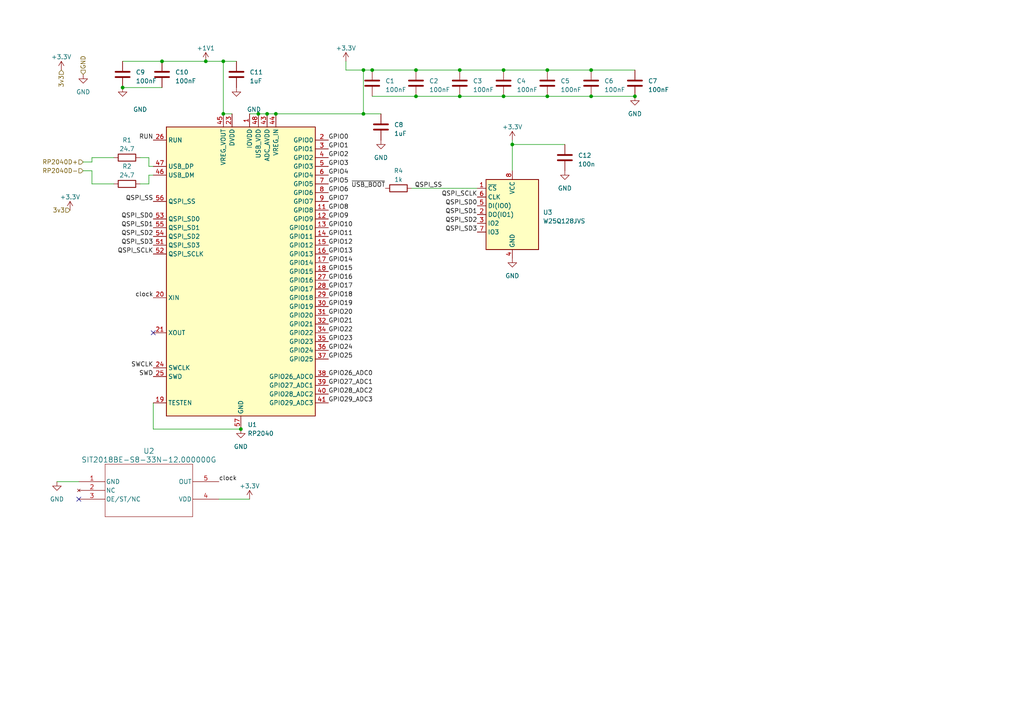
<source format=kicad_sch>
(kicad_sch (version 20230121) (generator eeschema)
  (paper "A4")
  (lib_symbols
    (symbol "Device:C" (pin_numbers hide) (pin_names (offset 0.254))
      (property "Reference" "C" (at 0.635 2.54 0))
      (property "Value" "C" (at 0.635 -2.54 0))
      (symbol "C_0_1"
        (polyline (pts (xy -2.032 -0.762) (xy 2.032 -0.762)) (stroke (width 0.508)))
        (polyline (pts (xy -2.032 0.762) (xy 2.032 0.762)) (stroke (width 0.508)))
      )
      (symbol "C_1_1"
        (pin passive line (at 0 3.81 270) (length 2.794) (name "~") (number "1"))
        (pin passive line (at 0 -3.81 90) (length 2.794) (name "~") (number "2"))
      )
    )
    (symbol "Device:R" (pin_numbers hide) (pin_names (offset 0))
      (property "Reference" "R" (at 2.032 0 90))
      (property "Value" "R" (at 0 0 90))
      (symbol "R_0_1"
        (rectangle (start -1.016 -2.54) (end 1.016 2.54) (stroke (width 0.254)))
      )
      (symbol "R_1_1"
        (pin passive line (at 0 3.81 270) (length 1.27) (name "~") (number "1"))
        (pin passive line (at 0 -3.81 90) (length 1.27) (name "~") (number "2"))
      )
    )
    (symbol "GP2040-CE-Tester:SIT2018BE-S8-33N-12.000000G" (pin_names (offset 0.254))
      (property "Reference" "U" (at 20.32 10.16 0))
      (property "Value" "SIT2018BE-S8-33N-12.000000G" (at 20.32 7.62 0))
      (symbol "SIT2018BE-S8-33N-12.000000G_0_1"
        (polyline (pts (xy 7.62 -10.16) (xy 33.02 -10.16)) (stroke (width 0.127)))
        (polyline (pts (xy 7.62 5.08) (xy 7.62 -10.16)) (stroke (width 0.127)))
        (polyline (pts (xy 33.02 -10.16) (xy 33.02 5.08)) (stroke (width 0.127)))
        (polyline (pts (xy 33.02 5.08) (xy 7.62 5.08)) (stroke (width 0.127)))
        (pin power_out line (at 0 0 0) (length 7.62) (name "GND") (number "1"))
        (pin no_connect line (at 0 -2.54 0) (length 7.62) (name "NC") (number "2"))
        (pin unspecified line (at 0 -5.08 0) (length 7.62) (name "OE/ST/NC") (number "3"))
        (pin power_in line (at 40.64 -5.08 180) (length 7.62) (name "VDD") (number "4"))
        (pin output line (at 40.64 0 180) (length 7.62) (name "OUT") (number "5"))
      )
    )
    (symbol "MCU_RaspberryPi:RP2040"
      (property "Reference" "U" (at 17.78 45.72 0))
      (property "Value" "RP2040" (at 17.78 43.18 0))
      (symbol "RP2040_0_1"
        (rectangle (start -21.59 41.91) (end 21.59 -41.91) (stroke (width 0.254)) (fill (type background)))
      )
      (symbol "RP2040_1_1"
        (pin power_in line (at 2.54 45.72 270) (length 3.81) (name "IOVDD") (number "1"))
        (pin passive line (at 2.54 45.72 270) (length 3.81) hide (name "IOVDD") (number "10"))
        (pin bidirectional line (at 25.4 17.78 180) (length 3.81) (name "GPIO8") (number "11"))
        (pin bidirectional line (at 25.4 15.24 180) (length 3.81) (name "GPIO9") (number "12"))
        (pin bidirectional line (at 25.4 12.7 180) (length 3.81) (name "GPIO10") (number "13"))
        (pin bidirectional line (at 25.4 10.16 180) (length 3.81) (name "GPIO11") (number "14"))
        (pin bidirectional line (at 25.4 7.62 180) (length 3.81) (name "GPIO12") (number "15"))
        (pin bidirectional line (at 25.4 5.08 180) (length 3.81) (name "GPIO13") (number "16"))
        (pin bidirectional line (at 25.4 2.54 180) (length 3.81) (name "GPIO14") (number "17"))
        (pin bidirectional line (at 25.4 0 180) (length 3.81) (name "GPIO15") (number "18"))
        (pin input line (at -25.4 -38.1 0) (length 3.81) (name "TESTEN") (number "19"))
        (pin bidirectional line (at 25.4 38.1 180) (length 3.81) (name "GPIO0") (number "2"))
        (pin input line (at -25.4 -7.62 0) (length 3.81) (name "XIN") (number "20"))
        (pin passive line (at -25.4 -17.78 0) (length 3.81) (name "XOUT") (number "21"))
        (pin passive line (at 2.54 45.72 270) (length 3.81) hide (name "IOVDD") (number "22"))
        (pin power_in line (at -2.54 45.72 270) (length 3.81) (name "DVDD") (number "23"))
        (pin output line (at -25.4 -27.94 0) (length 3.81) (name "SWCLK") (number "24"))
        (pin bidirectional line (at -25.4 -30.48 0) (length 3.81) (name "SWD") (number "25"))
        (pin input line (at -25.4 38.1 0) (length 3.81) (name "RUN") (number "26"))
        (pin bidirectional line (at 25.4 -2.54 180) (length 3.81) (name "GPIO16") (number "27"))
        (pin bidirectional line (at 25.4 -5.08 180) (length 3.81) (name "GPIO17") (number "28"))
        (pin bidirectional line (at 25.4 -7.62 180) (length 3.81) (name "GPIO18") (number "29"))
        (pin bidirectional line (at 25.4 35.56 180) (length 3.81) (name "GPIO1") (number "3"))
        (pin bidirectional line (at 25.4 -10.16 180) (length 3.81) (name "GPIO19") (number "30"))
        (pin bidirectional line (at 25.4 -12.7 180) (length 3.81) (name "GPIO20") (number "31"))
        (pin bidirectional line (at 25.4 -15.24 180) (length 3.81) (name "GPIO21") (number "32"))
        (pin passive line (at 2.54 45.72 270) (length 3.81) hide (name "IOVDD") (number "33"))
        (pin bidirectional line (at 25.4 -17.78 180) (length 3.81) (name "GPIO22") (number "34"))
        (pin bidirectional line (at 25.4 -20.32 180) (length 3.81) (name "GPIO23") (number "35"))
        (pin bidirectional line (at 25.4 -22.86 180) (length 3.81) (name "GPIO24") (number "36"))
        (pin bidirectional line (at 25.4 -25.4 180) (length 3.81) (name "GPIO25") (number "37"))
        (pin bidirectional line (at 25.4 -30.48 180) (length 3.81) (name "GPIO26_ADC0") (number "38"))
        (pin bidirectional line (at 25.4 -33.02 180) (length 3.81) (name "GPIO27_ADC1") (number "39"))
        (pin bidirectional line (at 25.4 33.02 180) (length 3.81) (name "GPIO2") (number "4"))
        (pin bidirectional line (at 25.4 -35.56 180) (length 3.81) (name "GPIO28_ADC2") (number "40"))
        (pin bidirectional line (at 25.4 -38.1 180) (length 3.81) (name "GPIO29_ADC3") (number "41"))
        (pin passive line (at 2.54 45.72 270) (length 3.81) hide (name "IOVDD") (number "42"))
        (pin power_in line (at 7.62 45.72 270) (length 3.81) (name "ADC_AVDD") (number "43"))
        (pin power_in line (at 10.16 45.72 270) (length 3.81) (name "VREG_IN") (number "44"))
        (pin power_out line (at -5.08 45.72 270) (length 3.81) (name "VREG_VOUT") (number "45"))
        (pin bidirectional line (at -25.4 27.94 0) (length 3.81) (name "USB_DM") (number "46"))
        (pin bidirectional line (at -25.4 30.48 0) (length 3.81) (name "USB_DP") (number "47"))
        (pin power_in line (at 5.08 45.72 270) (length 3.81) (name "USB_VDD") (number "48"))
        (pin passive line (at 2.54 45.72 270) (length 3.81) hide (name "IOVDD") (number "49"))
        (pin bidirectional line (at 25.4 30.48 180) (length 3.81) (name "GPIO3") (number "5"))
        (pin passive line (at -2.54 45.72 270) (length 3.81) hide (name "DVDD") (number "50"))
        (pin bidirectional line (at -25.4 7.62 0) (length 3.81) (name "QSPI_SD3") (number "51"))
        (pin output line (at -25.4 5.08 0) (length 3.81) (name "QSPI_SCLK") (number "52"))
        (pin bidirectional line (at -25.4 15.24 0) (length 3.81) (name "QSPI_SD0") (number "53"))
        (pin bidirectional line (at -25.4 10.16 0) (length 3.81) (name "QSPI_SD2") (number "54"))
        (pin bidirectional line (at -25.4 12.7 0) (length 3.81) (name "QSPI_SD1") (number "55"))
        (pin bidirectional line (at -25.4 20.32 0) (length 3.81) (name "QSPI_SS") (number "56"))
        (pin power_in line (at 0 -45.72 90) (length 3.81) (name "GND") (number "57"))
        (pin bidirectional line (at 25.4 27.94 180) (length 3.81) (name "GPIO4") (number "6"))
        (pin bidirectional line (at 25.4 25.4 180) (length 3.81) (name "GPIO5") (number "7"))
        (pin bidirectional line (at 25.4 22.86 180) (length 3.81) (name "GPIO6") (number "8"))
        (pin bidirectional line (at 25.4 20.32 180) (length 3.81) (name "GPIO7") (number "9"))
      )
    )
    (symbol "Memory_Flash:W25Q128JVS"
      (property "Reference" "U" (at -8.89 8.89 0))
      (property "Value" "W25Q128JVS" (at 7.62 8.89 0))
      (symbol "W25Q128JVS_0_1"
        (rectangle (start -7.62 10.16) (end 7.62 -10.16) (stroke (width 0.254)) (fill (type background)))
      )
      (symbol "W25Q128JVS_1_1"
        (pin input line (at -10.16 7.62 0) (length 2.54) (name "~{CS}") (number "1"))
        (pin bidirectional line (at -10.16 0 0) (length 2.54) (name "DO(IO1)") (number "2"))
        (pin bidirectional line (at -10.16 -2.54 0) (length 2.54) (name "IO2") (number "3"))
        (pin power_in line (at 0 -12.7 90) (length 2.54) (name "GND") (number "4"))
        (pin bidirectional line (at -10.16 2.54 0) (length 2.54) (name "DI(IO0)") (number "5"))
        (pin input line (at -10.16 5.08 0) (length 2.54) (name "CLK") (number "6"))
        (pin bidirectional line (at -10.16 -5.08 0) (length 2.54) (name "IO3") (number "7"))
        (pin power_in line (at 0 12.7 270) (length 2.54) (name "VCC") (number "8"))
      )
    )
    (symbol "power:+1V1" (power) (pin_names (offset 0))
      (property "Value" "+1V1" (at 0 3.556 0))
      (symbol "+1V1_0_1"
        (polyline (pts (xy -0.762 1.27) (xy 0 2.54)))
        (polyline (pts (xy 0 0) (xy 0 2.54)))
        (polyline (pts (xy 0 2.54) (xy 0.762 1.27)))
      )
      (symbol "+1V1_1_1"
        (pin power_in line (at 0 0 90) (length 0) hide (name "+1V1") (number "1"))
      )
    )
    (symbol "power:+3.3V" (power) (pin_names (offset 0))
      (property "Value" "+3.3V" (at 0 3.556 0))
      (symbol "+3.3V_0_1"
        (polyline (pts (xy -0.762 1.27) (xy 0 2.54)))
        (polyline (pts (xy 0 0) (xy 0 2.54)))
        (polyline (pts (xy 0 2.54) (xy 0.762 1.27)))
      )
      (symbol "+3.3V_1_1"
        (pin power_in line (at 0 0 90) (length 0) hide (name "+3.3V") (number "1"))
      )
    )
    (symbol "power:GND" (power) (pin_names (offset 0))
      (property "Value" "GND" (at 0 -3.81 0))
      (symbol "GND_0_1"
        (polyline (pts (xy 0 0) (xy 0 -1.27) (xy 1.27 -1.27) (xy 0 -2.54) (xy -1.27 -1.27) (xy 0 -1.27)))
      )
      (symbol "GND_1_1"
        (pin power_in line (at 0 0 270) (length 0) hide (name "GND") (number "1"))
      )
    )
  )
  (junction (at 80.01 33.02))
  (junction (at 35.56 25.4))
  (junction (at 146.05 27.94))
  (junction (at 64.77 17.78))
  (junction (at 120.65 20.32))
  (junction (at 148.59 41.91))
  (junction (at 69.85 124.46))
  (junction (at 105.41 20.32))
  (junction (at 46.99 17.78))
  (junction (at 171.45 27.94))
  (junction (at 146.05 20.32))
  (junction (at 107.95 20.32))
  (junction (at 120.65 27.94))
  (junction (at 59.69 17.78))
  (junction (at 64.77 33.02))
  (junction (at 77.47 33.02))
  (junction (at 133.35 27.94))
  (junction (at 158.75 27.94))
  (junction (at 74.93 33.02))
  (junction (at 171.45 20.32))
  (junction (at 184.15 27.94))
  (junction (at 105.41 33.02))
  (junction (at 133.35 20.32))
  (junction (at 158.75 20.32))
  (no_connect (at 44.45 96.52))
  (no_connect (at 22.86 144.78))
  (wire (pts (xy 64.77 17.78) (xy 59.69 17.78)))
  (wire (pts (xy 26.67 45.72) (xy 33.02 45.72)))
  (wire (pts (xy 105.41 20.32) (xy 107.95 20.32)))
  (wire (pts (xy 77.47 33.02) (xy 80.01 33.02)))
  (wire (pts (xy 184.15 27.94) (xy 171.45 27.94)))
  (wire (pts (xy 146.05 27.94) (xy 158.75 27.94)))
  (wire (pts (xy 35.56 25.4) (xy 46.99 25.4)))
  (wire (pts (xy 107.95 20.32) (xy 120.65 20.32)))
  (wire (pts (xy 40.64 53.34) (xy 43.18 53.34)))
  (wire (pts (xy 43.18 50.8) (xy 44.45 50.8)))
  (wire (pts (xy 26.67 45.72) (xy 26.67 46.99)))
  (wire (pts (xy 44.45 124.46) (xy 69.85 124.46)))
  (wire (pts (xy 16.51 139.7) (xy 22.86 139.7)))
  (wire (pts (xy 26.67 49.53) (xy 24.13 49.53)))
  (wire (pts (xy 26.67 46.99) (xy 24.13 46.99)))
  (wire (pts (xy 74.93 33.02) (xy 77.47 33.02)))
  (wire (pts (xy 64.77 17.78) (xy 64.77 33.02)))
  (wire (pts (xy 133.35 20.32) (xy 146.05 20.32)))
  (wire (pts (xy 80.01 33.02) (xy 105.41 33.02)))
  (wire (pts (xy 43.18 53.34) (xy 43.18 50.8)))
  (wire (pts (xy 105.41 20.32) (xy 105.41 33.02)))
  (wire (pts (xy 184.15 20.32) (xy 171.45 20.32)))
  (wire (pts (xy 148.59 41.91) (xy 163.83 41.91)))
  (wire (pts (xy 105.41 20.32) (xy 100.33 20.32)))
  (wire (pts (xy 158.75 20.32) (xy 171.45 20.32)))
  (wire (pts (xy 26.67 53.34) (xy 33.02 53.34)))
  (wire (pts (xy 63.5 144.78) (xy 72.39 144.78)))
  (wire (pts (xy 119.38 54.61) (xy 138.43 54.61)))
  (wire (pts (xy 146.05 20.32) (xy 158.75 20.32)))
  (wire (pts (xy 26.67 53.34) (xy 26.67 49.53)))
  (wire (pts (xy 133.35 27.94) (xy 146.05 27.94)))
  (wire (pts (xy 64.77 33.02) (xy 67.31 33.02)))
  (wire (pts (xy 148.59 40.64) (xy 148.59 41.91)))
  (wire (pts (xy 43.18 48.26) (xy 44.45 48.26)))
  (wire (pts (xy 64.77 17.78) (xy 68.58 17.78)))
  (wire (pts (xy 120.65 27.94) (xy 133.35 27.94)))
  (wire (pts (xy 46.99 17.78) (xy 59.69 17.78)))
  (wire (pts (xy 107.95 27.94) (xy 120.65 27.94)))
  (wire (pts (xy 148.59 41.91) (xy 148.59 49.53)))
  (wire (pts (xy 158.75 27.94) (xy 171.45 27.94)))
  (wire (pts (xy 72.39 33.02) (xy 74.93 33.02)))
  (wire (pts (xy 105.41 33.02) (xy 110.49 33.02)))
  (wire (pts (xy 100.33 17.78) (xy 100.33 20.32)))
  (wire (pts (xy 40.64 45.72) (xy 43.18 45.72)))
  (wire (pts (xy 120.65 20.32) (xy 133.35 20.32)))
  (wire (pts (xy 44.45 116.84) (xy 44.45 124.46)))
  (wire (pts (xy 35.56 17.78) (xy 46.99 17.78)))
  (wire (pts (xy 43.18 45.72) (xy 43.18 48.26)))
  (label "~{USB_BOOT}" (at 111.76 54.61 180))
  (label "GPIO25" (at 95.25 104.14 0))
  (label "GPIO16" (at 95.25 81.28 0))
  (label "GPIO13" (at 95.25 73.66 0))
  (label "QSPI_SD2" (at 44.45 68.58 180))
  (label "QSPI_SCLK" (at 44.45 73.66 180))
  (label "QSPI_SCLK" (at 138.43 57.15 180))
  (label "GPIO6" (at 95.25 55.88 0))
  (label "GPIO29_ADC3" (at 95.25 116.84 0))
  (label "GPIO4" (at 95.25 50.8 0))
  (label "QSPI_SD3" (at 138.43 67.31 180))
  (label "SWCLK" (at 44.45 106.68 180))
  (label "GPIO23" (at 95.25 99.06 0))
  (label "GPIO1" (at 95.25 43.18 0))
  (label "GPIO3" (at 95.25 48.26 0))
  (label "GPIO0" (at 95.25 40.64 0))
  (label "GPIO15" (at 95.25 78.74 0))
  (label "GPIO22" (at 95.25 96.52 0))
  (label "RUN" (at 44.45 40.64 180))
  (label "GPIO28_ADC2" (at 95.25 114.3 0))
  (label "GPIO14" (at 95.25 76.2 0))
  (label "GPIO11" (at 95.25 68.58 0))
  (label "GPIO27_ADC1" (at 95.25 111.76 0))
  (label "GPIO8" (at 95.25 60.96 0))
  (label "GPIO19" (at 95.25 88.9 0))
  (label "GPIO12" (at 95.25 71.12 0))
  (label "QSPI_SD1" (at 44.45 66.04 180))
  (label "GPIO18" (at 95.25 86.36 0))
  (label "QSPI_SD0" (at 44.45 63.5 180))
  (label "GPIO7" (at 95.25 58.42 0))
  (label "GPIO2" (at 95.25 45.72 0))
  (label "GPIO10" (at 95.25 66.04 0))
  (label "QSPI_SD2" (at 138.43 64.77 180))
  (label "GPIO17" (at 95.25 83.82 0))
  (label "GPIO21" (at 95.25 93.98 0))
  (label "GPIO26_ADC0" (at 95.25 109.22 0))
  (label "GPIO9" (at 95.25 63.5 0))
  (label "GPIO5" (at 95.25 53.34 0))
  (label "GPIO20" (at 95.25 91.44 0))
  (label "QSPI_SS" (at 128.27 54.61 180))
  (label "QSPI_SD0" (at 138.43 59.69 180))
  (label "QSPI_SD1" (at 138.43 62.23 180))
  (label "QSPI_SS" (at 44.45 58.42 180))
  (label "GPIO24" (at 95.25 101.6 0))
  (label "SWD" (at 44.45 109.22 180))
  (label "QSPI_SD3" (at 44.45 71.12 180))
  (label "clock" (at 63.5 139.7 0))
  (label "clock" (at 44.45 86.36 180))
  (hierarchical_label "RP2040D-" (shape input) (at 24.13 49.53 180))
  (hierarchical_label "3v3" (shape input) (at 20.32 60.96 180))
  (hierarchical_label "3v3" (shape input) (at 17.78 20.32 270))
  (hierarchical_label "RP2040D+" (shape input) (at 24.13 46.99 180))
  (hierarchical_label "GND" (shape input) (at 24.13 21.59 90))
  (symbol (lib_id "Device:C") (at 46.99 21.59 0) (unit 1)
    (property "Reference" "C10" (at 50.8 20.955 0) (effects (justify left)))
    (property "Value" "100nF" (at 50.8 23.495 0) (effects (justify left)))
    (property "Footprint" "Capacitor_SMD:C_0603_1608Metric" (effects hide))
  )
  (symbol (lib_id "power:GND") (at 24.13 21.59 0) (unit 1)
    (property "Reference" "#PWR021" (effects hide))
    (property "Value" "GND" (at 24.13 26.67 0))
  )
  (symbol (lib_id "power:GND") (at 35.56 25.4 0) (unit 1)
    (property "Reference" "#PWR06" (effects hide))
    (property "Value" "GND" (at 40.64 31.75 0))
  )
  (symbol (lib_id "GP2040-CE-Tester:SIT2018BE-S8-33N-12.000000G") (at 22.86 139.7 0) (unit 1)
    (property "Reference" "U2" (at 43.18 130.81 0) (effects (font (size 1.524 1.524))))
    (property "Value" "SIT2018BE-S8-33N-12.000000G" (at 43.18 133.35 0) (effects (font (size 1.524 1.524))))
    (property "Footprint" "GP2040-CE-Tester:SiT1630-S" (effects hide))
    (property "Datasheet" "SIT2018BE-S8-33N-12.000000G" (effects hide))
  )
  (symbol (lib_id "Device:C") (at 133.35 24.13 0) (unit 1)
    (property "Reference" "C3" (at 137.16 23.495 0) (effects (justify left)))
    (property "Value" "100nF" (at 137.16 26.035 0) (effects (justify left)))
    (property "Footprint" "Capacitor_SMD:C_0603_1608Metric" (effects hide))
  )
  (symbol (lib_id "Device:C") (at 158.75 24.13 0) (unit 1)
    (property "Reference" "C5" (at 162.56 23.495 0) (effects (justify left)))
    (property "Value" "100nF" (at 162.56 26.035 0) (effects (justify left)))
    (property "Footprint" "Capacitor_SMD:C_0603_1608Metric" (effects hide))
  )
  (symbol (lib_id "Device:C") (at 146.05 24.13 0) (unit 1)
    (property "Reference" "C4" (at 149.86 23.495 0) (effects (justify left)))
    (property "Value" "100nF" (at 149.86 26.035 0) (effects (justify left)))
    (property "Footprint" "Capacitor_SMD:C_0603_1608Metric" (effects hide))
  )
  (symbol (lib_id "power:GND") (at 69.85 124.46 0) (unit 1)
    (property "Reference" "#PWR014" (effects hide))
    (property "Value" "GND" (at 69.85 129.54 0))
  )
  (symbol (lib_id "Device:C") (at 110.49 36.83 0) (unit 1)
    (property "Reference" "C8" (at 114.3 36.195 0) (effects (justify left)))
    (property "Value" "1uF" (at 114.3 38.735 0) (effects (justify left)))
    (property "Footprint" "Capacitor_SMD:C_0603_1608Metric" (effects hide))
  )
  (symbol (lib_id "power:GND") (at 68.58 25.4 0) (unit 1)
    (property "Reference" "#PWR07" (effects hide))
    (property "Value" "GND" (at 73.66 31.75 0))
  )
  (symbol (lib_id "Device:C") (at 68.58 21.59 0) (unit 1)
    (property "Reference" "C11" (at 72.39 20.955 0) (effects (justify left)))
    (property "Value" "1uF" (at 72.39 23.495 0) (effects (justify left)))
    (property "Footprint" "Capacitor_SMD:C_0603_1608Metric" (effects hide))
  )
  (symbol (lib_id "power:GND") (at 184.15 27.94 0) (unit 1)
    (property "Reference" "#PWR02" (effects hide))
    (property "Value" "GND" (at 184.15 33.02 0))
  )
  (symbol (lib_id "power:GND") (at 148.59 74.93 0) (unit 1)
    (property "Reference" "#PWR013" (effects hide))
    (property "Value" "GND" (at 148.59 80.01 0))
  )
  (symbol (lib_id "Device:C") (at 120.65 24.13 0) (unit 1)
    (property "Reference" "C2" (at 124.46 23.495 0) (effects (justify left)))
    (property "Value" "100nF" (at 124.46 26.035 0) (effects (justify left)))
    (property "Footprint" "Capacitor_SMD:C_0603_1608Metric" (effects hide))
  )
  (symbol (lib_id "Device:R") (at 36.83 45.72 270) (unit 1)
    (property "Reference" "R1" (at 36.83 40.64 90))
    (property "Value" "24.7" (at 36.83 43.18 90))
    (property "Footprint" "Resistor_SMD:R_0603_1608Metric" (effects hide))
  )
  (symbol (lib_id "Device:C") (at 171.45 24.13 0) (unit 1)
    (property "Reference" "C6" (at 175.26 23.495 0) (effects (justify left)))
    (property "Value" "100nF" (at 175.26 26.035 0) (effects (justify left)))
    (property "Footprint" "Capacitor_SMD:C_0603_1608Metric" (effects hide))
  )
  (symbol (lib_id "power:+3.3V") (at 148.59 40.64 0) (unit 1)
    (property "Reference" "#PWR011" (effects hide))
    (property "Value" "+3.3V" (at 148.59 36.83 0))
  )
  (symbol (lib_id "Memory_Flash:W25Q128JVS") (at 148.59 62.23 0) (unit 1)
    (property "Reference" "U3" (at 157.48 61.595 0) (effects (justify left)))
    (property "Value" "W25Q128JVS" (at 157.48 64.135 0) (effects (justify left)))
    (property "Footprint" "Package_SO:SOIC-8_5.23x5.23mm_P1.27mm" (effects hide))
    (property "Datasheet" "http://www.winbond.com/resource-files/w25q128jv_dtr%20revc%2003272018%20plus.pdf" (effects hide))
  )
  (symbol (lib_id "Device:C") (at 163.83 45.72 0) (unit 1)
    (property "Reference" "C12" (at 167.64 45.085 0) (effects (justify left)))
    (property "Value" "100n" (at 167.64 47.625 0) (effects (justify left)))
    (property "Footprint" "Capacitor_SMD:C_0603_1608Metric" (effects hide))
  )
  (symbol (lib_id "power:+3.3V") (at 20.32 60.96 0) (unit 1)
    (property "Reference" "#PWR010" (effects hide))
    (property "Value" "+3.3V" (at 20.32 57.15 0))
  )
  (symbol (lib_id "power:+3.3V") (at 100.33 17.78 0) (unit 1)
    (property "Reference" "#PWR03" (effects hide))
    (property "Value" "+3.3V" (at 100.33 13.97 0))
  )
  (symbol (lib_id "power:+1V1") (at 59.69 17.78 0) (unit 1)
    (property "Reference" "#PWR05" (effects hide))
    (property "Value" "+1V1" (at 59.69 13.97 0))
  )
  (symbol (lib_id "MCU_RaspberryPi:RP2040") (at 69.85 78.74 0) (unit 1)
    (property "Reference" "U1" (at 71.8059 123.19 0) (effects (justify left)))
    (property "Value" "RP2040" (at 71.8059 125.73 0) (effects (justify left)))
    (property "Footprint" "Package_DFN_QFN:QFN-56-1EP_7x7mm_P0.4mm_EP3.2x3.2mm" (effects hide))
    (property "Datasheet" "https://datasheets.raspberrypi.com/rp2040/rp2040-datasheet.pdf" (effects hide))
  )
  (symbol (lib_id "power:+3.3V") (at 72.39 144.78 0) (unit 1)
    (property "Reference" "#PWR09" (effects hide))
    (property "Value" "+3.3V" (at 72.39 140.97 0))
  )
  (symbol (lib_id "power:GND") (at 16.51 139.7 0) (unit 1)
    (property "Reference" "#PWR08" (effects hide))
    (property "Value" "GND" (at 16.51 144.78 0))
  )
  (symbol (lib_id "Device:C") (at 107.95 24.13 0) (unit 1)
    (property "Reference" "C1" (at 111.76 23.495 0) (effects (justify left)))
    (property "Value" "100nF" (at 111.76 26.035 0) (effects (justify left)))
    (property "Footprint" "Capacitor_SMD:C_0603_1608Metric" (effects hide))
  )
  (symbol (lib_id "power:GND") (at 110.49 40.64 0) (unit 1)
    (property "Reference" "#PWR04" (effects hide))
    (property "Value" "GND" (at 110.49 45.72 0))
  )
  (symbol (lib_id "Device:R") (at 115.57 54.61 90) (unit 1)
    (property "Reference" "R4" (at 115.57 49.53 90))
    (property "Value" "1k" (at 115.57 52.07 90))
    (property "Footprint" "Resistor_SMD:R_0603_1608Metric" (effects hide))
  )
  (symbol (lib_id "Device:R") (at 36.83 53.34 90) (unit 1)
    (property "Reference" "R2" (at 36.83 48.26 90))
    (property "Value" "24.7" (at 36.83 50.8 90))
    (property "Footprint" "Resistor_SMD:R_0603_1608Metric" (effects hide))
  )
  (symbol (lib_id "power:+3.3V") (at 17.78 20.32 0) (unit 1)
    (property "Reference" "#PWR020" (effects hide))
    (property "Value" "+3.3V" (at 17.78 16.51 0))
  )
  (symbol (lib_id "Device:C") (at 35.56 21.59 0) (unit 1)
    (property "Reference" "C9" (at 39.37 20.955 0) (effects (justify left)))
    (property "Value" "100nF" (at 39.37 23.495 0) (effects (justify left)))
    (property "Footprint" "Capacitor_SMD:C_0603_1608Metric" (effects hide))
  )
  (symbol (lib_id "Device:C") (at 184.15 24.13 0) (unit 1)
    (property "Reference" "C7" (at 187.96 23.495 0) (effects (justify left)))
    (property "Value" "100nF" (at 187.96 26.035 0) (effects (justify left)))
    (property "Footprint" "Capacitor_SMD:C_0603_1608Metric" (effects hide))
  )
  (symbol (lib_id "power:GND") (at 163.83 49.53 0) (unit 1)
    (property "Reference" "#PWR012" (effects hide))
    (property "Value" "GND" (at 163.83 54.61 0))
  )
)
</source>
